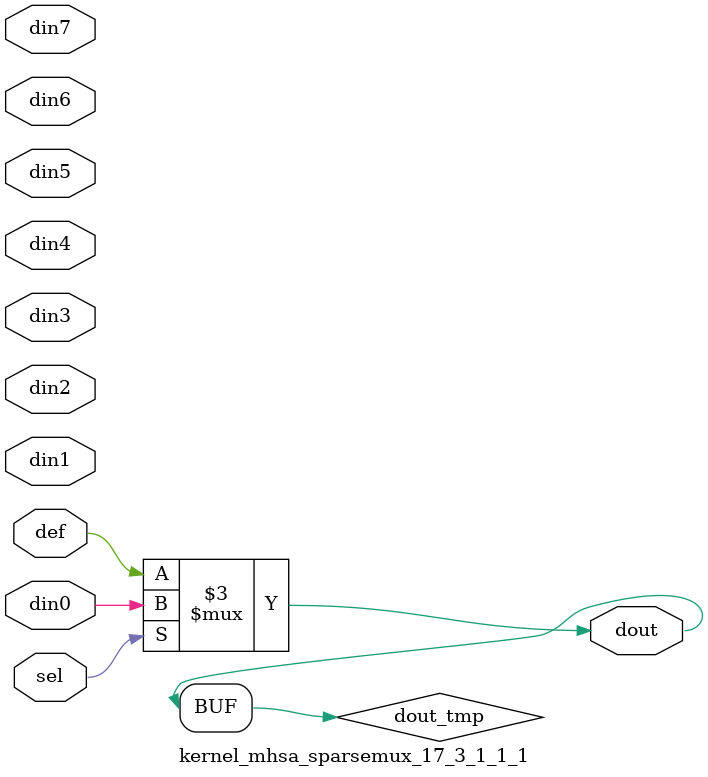
<source format=v>
`timescale 1ns / 1ps

module kernel_mhsa_sparsemux_17_3_1_1_1 (din0,din1,din2,din3,din4,din5,din6,din7,def,sel,dout);

parameter din0_WIDTH = 1;

parameter din1_WIDTH = 1;

parameter din2_WIDTH = 1;

parameter din3_WIDTH = 1;

parameter din4_WIDTH = 1;

parameter din5_WIDTH = 1;

parameter din6_WIDTH = 1;

parameter din7_WIDTH = 1;

parameter def_WIDTH = 1;
parameter sel_WIDTH = 1;
parameter dout_WIDTH = 1;

parameter [sel_WIDTH-1:0] CASE0 = 1;

parameter [sel_WIDTH-1:0] CASE1 = 1;

parameter [sel_WIDTH-1:0] CASE2 = 1;

parameter [sel_WIDTH-1:0] CASE3 = 1;

parameter [sel_WIDTH-1:0] CASE4 = 1;

parameter [sel_WIDTH-1:0] CASE5 = 1;

parameter [sel_WIDTH-1:0] CASE6 = 1;

parameter [sel_WIDTH-1:0] CASE7 = 1;

parameter ID = 1;
parameter NUM_STAGE = 1;



input [din0_WIDTH-1:0] din0;

input [din1_WIDTH-1:0] din1;

input [din2_WIDTH-1:0] din2;

input [din3_WIDTH-1:0] din3;

input [din4_WIDTH-1:0] din4;

input [din5_WIDTH-1:0] din5;

input [din6_WIDTH-1:0] din6;

input [din7_WIDTH-1:0] din7;

input [def_WIDTH-1:0] def;
input [sel_WIDTH-1:0] sel;

output [dout_WIDTH-1:0] dout;



reg [dout_WIDTH-1:0] dout_tmp;


always @ (*) begin
(* parallel_case *) case (sel)
    
    CASE0 : dout_tmp = din0;
    
    CASE1 : dout_tmp = din1;
    
    CASE2 : dout_tmp = din2;
    
    CASE3 : dout_tmp = din3;
    
    CASE4 : dout_tmp = din4;
    
    CASE5 : dout_tmp = din5;
    
    CASE6 : dout_tmp = din6;
    
    CASE7 : dout_tmp = din7;
    
    default : dout_tmp = def;
endcase
end


assign dout = dout_tmp;



endmodule

</source>
